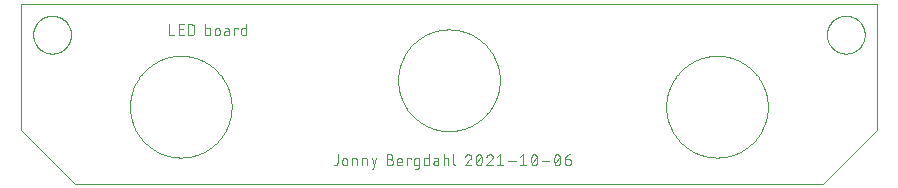
<source format=gto>
G75*
%MOIN*%
%OFA0B0*%
%FSLAX25Y25*%
%IPPOS*%
%LPD*%
%AMOC8*
5,1,8,0,0,1.08239X$1,22.5*
%
%ADD10C,0.00000*%
%ADD11C,0.00300*%
%ADD12C,0.00400*%
D10*
X0018917Y0001200D02*
X0268523Y0001200D01*
X0286239Y0018917D01*
X0286239Y0061043D01*
X0001200Y0061043D01*
X0001200Y0018917D01*
X0018917Y0001200D01*
X0005137Y0050806D02*
X0005139Y0050964D01*
X0005145Y0051122D01*
X0005155Y0051280D01*
X0005169Y0051438D01*
X0005187Y0051595D01*
X0005208Y0051752D01*
X0005234Y0051908D01*
X0005264Y0052064D01*
X0005297Y0052219D01*
X0005335Y0052372D01*
X0005376Y0052525D01*
X0005421Y0052677D01*
X0005470Y0052828D01*
X0005523Y0052977D01*
X0005579Y0053125D01*
X0005639Y0053271D01*
X0005703Y0053416D01*
X0005771Y0053559D01*
X0005842Y0053701D01*
X0005916Y0053841D01*
X0005994Y0053978D01*
X0006076Y0054114D01*
X0006160Y0054248D01*
X0006249Y0054379D01*
X0006340Y0054508D01*
X0006435Y0054635D01*
X0006532Y0054760D01*
X0006633Y0054882D01*
X0006737Y0055001D01*
X0006844Y0055118D01*
X0006954Y0055232D01*
X0007067Y0055343D01*
X0007182Y0055452D01*
X0007300Y0055557D01*
X0007421Y0055659D01*
X0007544Y0055759D01*
X0007670Y0055855D01*
X0007798Y0055948D01*
X0007928Y0056038D01*
X0008061Y0056124D01*
X0008196Y0056208D01*
X0008332Y0056287D01*
X0008471Y0056364D01*
X0008612Y0056436D01*
X0008754Y0056506D01*
X0008898Y0056571D01*
X0009044Y0056633D01*
X0009191Y0056691D01*
X0009340Y0056746D01*
X0009490Y0056797D01*
X0009641Y0056844D01*
X0009793Y0056887D01*
X0009946Y0056926D01*
X0010101Y0056962D01*
X0010256Y0056993D01*
X0010412Y0057021D01*
X0010568Y0057045D01*
X0010725Y0057065D01*
X0010883Y0057081D01*
X0011040Y0057093D01*
X0011199Y0057101D01*
X0011357Y0057105D01*
X0011515Y0057105D01*
X0011673Y0057101D01*
X0011832Y0057093D01*
X0011989Y0057081D01*
X0012147Y0057065D01*
X0012304Y0057045D01*
X0012460Y0057021D01*
X0012616Y0056993D01*
X0012771Y0056962D01*
X0012926Y0056926D01*
X0013079Y0056887D01*
X0013231Y0056844D01*
X0013382Y0056797D01*
X0013532Y0056746D01*
X0013681Y0056691D01*
X0013828Y0056633D01*
X0013974Y0056571D01*
X0014118Y0056506D01*
X0014260Y0056436D01*
X0014401Y0056364D01*
X0014540Y0056287D01*
X0014676Y0056208D01*
X0014811Y0056124D01*
X0014944Y0056038D01*
X0015074Y0055948D01*
X0015202Y0055855D01*
X0015328Y0055759D01*
X0015451Y0055659D01*
X0015572Y0055557D01*
X0015690Y0055452D01*
X0015805Y0055343D01*
X0015918Y0055232D01*
X0016028Y0055118D01*
X0016135Y0055001D01*
X0016239Y0054882D01*
X0016340Y0054760D01*
X0016437Y0054635D01*
X0016532Y0054508D01*
X0016623Y0054379D01*
X0016712Y0054248D01*
X0016796Y0054114D01*
X0016878Y0053978D01*
X0016956Y0053841D01*
X0017030Y0053701D01*
X0017101Y0053559D01*
X0017169Y0053416D01*
X0017233Y0053271D01*
X0017293Y0053125D01*
X0017349Y0052977D01*
X0017402Y0052828D01*
X0017451Y0052677D01*
X0017496Y0052525D01*
X0017537Y0052372D01*
X0017575Y0052219D01*
X0017608Y0052064D01*
X0017638Y0051908D01*
X0017664Y0051752D01*
X0017685Y0051595D01*
X0017703Y0051438D01*
X0017717Y0051280D01*
X0017727Y0051122D01*
X0017733Y0050964D01*
X0017735Y0050806D01*
X0017733Y0050648D01*
X0017727Y0050490D01*
X0017717Y0050332D01*
X0017703Y0050174D01*
X0017685Y0050017D01*
X0017664Y0049860D01*
X0017638Y0049704D01*
X0017608Y0049548D01*
X0017575Y0049393D01*
X0017537Y0049240D01*
X0017496Y0049087D01*
X0017451Y0048935D01*
X0017402Y0048784D01*
X0017349Y0048635D01*
X0017293Y0048487D01*
X0017233Y0048341D01*
X0017169Y0048196D01*
X0017101Y0048053D01*
X0017030Y0047911D01*
X0016956Y0047771D01*
X0016878Y0047634D01*
X0016796Y0047498D01*
X0016712Y0047364D01*
X0016623Y0047233D01*
X0016532Y0047104D01*
X0016437Y0046977D01*
X0016340Y0046852D01*
X0016239Y0046730D01*
X0016135Y0046611D01*
X0016028Y0046494D01*
X0015918Y0046380D01*
X0015805Y0046269D01*
X0015690Y0046160D01*
X0015572Y0046055D01*
X0015451Y0045953D01*
X0015328Y0045853D01*
X0015202Y0045757D01*
X0015074Y0045664D01*
X0014944Y0045574D01*
X0014811Y0045488D01*
X0014676Y0045404D01*
X0014540Y0045325D01*
X0014401Y0045248D01*
X0014260Y0045176D01*
X0014118Y0045106D01*
X0013974Y0045041D01*
X0013828Y0044979D01*
X0013681Y0044921D01*
X0013532Y0044866D01*
X0013382Y0044815D01*
X0013231Y0044768D01*
X0013079Y0044725D01*
X0012926Y0044686D01*
X0012771Y0044650D01*
X0012616Y0044619D01*
X0012460Y0044591D01*
X0012304Y0044567D01*
X0012147Y0044547D01*
X0011989Y0044531D01*
X0011832Y0044519D01*
X0011673Y0044511D01*
X0011515Y0044507D01*
X0011357Y0044507D01*
X0011199Y0044511D01*
X0011040Y0044519D01*
X0010883Y0044531D01*
X0010725Y0044547D01*
X0010568Y0044567D01*
X0010412Y0044591D01*
X0010256Y0044619D01*
X0010101Y0044650D01*
X0009946Y0044686D01*
X0009793Y0044725D01*
X0009641Y0044768D01*
X0009490Y0044815D01*
X0009340Y0044866D01*
X0009191Y0044921D01*
X0009044Y0044979D01*
X0008898Y0045041D01*
X0008754Y0045106D01*
X0008612Y0045176D01*
X0008471Y0045248D01*
X0008332Y0045325D01*
X0008196Y0045404D01*
X0008061Y0045488D01*
X0007928Y0045574D01*
X0007798Y0045664D01*
X0007670Y0045757D01*
X0007544Y0045853D01*
X0007421Y0045953D01*
X0007300Y0046055D01*
X0007182Y0046160D01*
X0007067Y0046269D01*
X0006954Y0046380D01*
X0006844Y0046494D01*
X0006737Y0046611D01*
X0006633Y0046730D01*
X0006532Y0046852D01*
X0006435Y0046977D01*
X0006340Y0047104D01*
X0006249Y0047233D01*
X0006160Y0047364D01*
X0006076Y0047498D01*
X0005994Y0047634D01*
X0005916Y0047771D01*
X0005842Y0047911D01*
X0005771Y0048053D01*
X0005703Y0048196D01*
X0005639Y0048341D01*
X0005579Y0048487D01*
X0005523Y0048635D01*
X0005470Y0048784D01*
X0005421Y0048935D01*
X0005376Y0049087D01*
X0005335Y0049240D01*
X0005297Y0049393D01*
X0005264Y0049548D01*
X0005234Y0049704D01*
X0005208Y0049860D01*
X0005187Y0050017D01*
X0005169Y0050174D01*
X0005155Y0050332D01*
X0005145Y0050490D01*
X0005139Y0050648D01*
X0005137Y0050806D01*
X0269704Y0050806D02*
X0269706Y0050964D01*
X0269712Y0051122D01*
X0269722Y0051280D01*
X0269736Y0051438D01*
X0269754Y0051595D01*
X0269775Y0051752D01*
X0269801Y0051908D01*
X0269831Y0052064D01*
X0269864Y0052219D01*
X0269902Y0052372D01*
X0269943Y0052525D01*
X0269988Y0052677D01*
X0270037Y0052828D01*
X0270090Y0052977D01*
X0270146Y0053125D01*
X0270206Y0053271D01*
X0270270Y0053416D01*
X0270338Y0053559D01*
X0270409Y0053701D01*
X0270483Y0053841D01*
X0270561Y0053978D01*
X0270643Y0054114D01*
X0270727Y0054248D01*
X0270816Y0054379D01*
X0270907Y0054508D01*
X0271002Y0054635D01*
X0271099Y0054760D01*
X0271200Y0054882D01*
X0271304Y0055001D01*
X0271411Y0055118D01*
X0271521Y0055232D01*
X0271634Y0055343D01*
X0271749Y0055452D01*
X0271867Y0055557D01*
X0271988Y0055659D01*
X0272111Y0055759D01*
X0272237Y0055855D01*
X0272365Y0055948D01*
X0272495Y0056038D01*
X0272628Y0056124D01*
X0272763Y0056208D01*
X0272899Y0056287D01*
X0273038Y0056364D01*
X0273179Y0056436D01*
X0273321Y0056506D01*
X0273465Y0056571D01*
X0273611Y0056633D01*
X0273758Y0056691D01*
X0273907Y0056746D01*
X0274057Y0056797D01*
X0274208Y0056844D01*
X0274360Y0056887D01*
X0274513Y0056926D01*
X0274668Y0056962D01*
X0274823Y0056993D01*
X0274979Y0057021D01*
X0275135Y0057045D01*
X0275292Y0057065D01*
X0275450Y0057081D01*
X0275607Y0057093D01*
X0275766Y0057101D01*
X0275924Y0057105D01*
X0276082Y0057105D01*
X0276240Y0057101D01*
X0276399Y0057093D01*
X0276556Y0057081D01*
X0276714Y0057065D01*
X0276871Y0057045D01*
X0277027Y0057021D01*
X0277183Y0056993D01*
X0277338Y0056962D01*
X0277493Y0056926D01*
X0277646Y0056887D01*
X0277798Y0056844D01*
X0277949Y0056797D01*
X0278099Y0056746D01*
X0278248Y0056691D01*
X0278395Y0056633D01*
X0278541Y0056571D01*
X0278685Y0056506D01*
X0278827Y0056436D01*
X0278968Y0056364D01*
X0279107Y0056287D01*
X0279243Y0056208D01*
X0279378Y0056124D01*
X0279511Y0056038D01*
X0279641Y0055948D01*
X0279769Y0055855D01*
X0279895Y0055759D01*
X0280018Y0055659D01*
X0280139Y0055557D01*
X0280257Y0055452D01*
X0280372Y0055343D01*
X0280485Y0055232D01*
X0280595Y0055118D01*
X0280702Y0055001D01*
X0280806Y0054882D01*
X0280907Y0054760D01*
X0281004Y0054635D01*
X0281099Y0054508D01*
X0281190Y0054379D01*
X0281279Y0054248D01*
X0281363Y0054114D01*
X0281445Y0053978D01*
X0281523Y0053841D01*
X0281597Y0053701D01*
X0281668Y0053559D01*
X0281736Y0053416D01*
X0281800Y0053271D01*
X0281860Y0053125D01*
X0281916Y0052977D01*
X0281969Y0052828D01*
X0282018Y0052677D01*
X0282063Y0052525D01*
X0282104Y0052372D01*
X0282142Y0052219D01*
X0282175Y0052064D01*
X0282205Y0051908D01*
X0282231Y0051752D01*
X0282252Y0051595D01*
X0282270Y0051438D01*
X0282284Y0051280D01*
X0282294Y0051122D01*
X0282300Y0050964D01*
X0282302Y0050806D01*
X0282300Y0050648D01*
X0282294Y0050490D01*
X0282284Y0050332D01*
X0282270Y0050174D01*
X0282252Y0050017D01*
X0282231Y0049860D01*
X0282205Y0049704D01*
X0282175Y0049548D01*
X0282142Y0049393D01*
X0282104Y0049240D01*
X0282063Y0049087D01*
X0282018Y0048935D01*
X0281969Y0048784D01*
X0281916Y0048635D01*
X0281860Y0048487D01*
X0281800Y0048341D01*
X0281736Y0048196D01*
X0281668Y0048053D01*
X0281597Y0047911D01*
X0281523Y0047771D01*
X0281445Y0047634D01*
X0281363Y0047498D01*
X0281279Y0047364D01*
X0281190Y0047233D01*
X0281099Y0047104D01*
X0281004Y0046977D01*
X0280907Y0046852D01*
X0280806Y0046730D01*
X0280702Y0046611D01*
X0280595Y0046494D01*
X0280485Y0046380D01*
X0280372Y0046269D01*
X0280257Y0046160D01*
X0280139Y0046055D01*
X0280018Y0045953D01*
X0279895Y0045853D01*
X0279769Y0045757D01*
X0279641Y0045664D01*
X0279511Y0045574D01*
X0279378Y0045488D01*
X0279243Y0045404D01*
X0279107Y0045325D01*
X0278968Y0045248D01*
X0278827Y0045176D01*
X0278685Y0045106D01*
X0278541Y0045041D01*
X0278395Y0044979D01*
X0278248Y0044921D01*
X0278099Y0044866D01*
X0277949Y0044815D01*
X0277798Y0044768D01*
X0277646Y0044725D01*
X0277493Y0044686D01*
X0277338Y0044650D01*
X0277183Y0044619D01*
X0277027Y0044591D01*
X0276871Y0044567D01*
X0276714Y0044547D01*
X0276556Y0044531D01*
X0276399Y0044519D01*
X0276240Y0044511D01*
X0276082Y0044507D01*
X0275924Y0044507D01*
X0275766Y0044511D01*
X0275607Y0044519D01*
X0275450Y0044531D01*
X0275292Y0044547D01*
X0275135Y0044567D01*
X0274979Y0044591D01*
X0274823Y0044619D01*
X0274668Y0044650D01*
X0274513Y0044686D01*
X0274360Y0044725D01*
X0274208Y0044768D01*
X0274057Y0044815D01*
X0273907Y0044866D01*
X0273758Y0044921D01*
X0273611Y0044979D01*
X0273465Y0045041D01*
X0273321Y0045106D01*
X0273179Y0045176D01*
X0273038Y0045248D01*
X0272899Y0045325D01*
X0272763Y0045404D01*
X0272628Y0045488D01*
X0272495Y0045574D01*
X0272365Y0045664D01*
X0272237Y0045757D01*
X0272111Y0045853D01*
X0271988Y0045953D01*
X0271867Y0046055D01*
X0271749Y0046160D01*
X0271634Y0046269D01*
X0271521Y0046380D01*
X0271411Y0046494D01*
X0271304Y0046611D01*
X0271200Y0046730D01*
X0271099Y0046852D01*
X0271002Y0046977D01*
X0270907Y0047104D01*
X0270816Y0047233D01*
X0270727Y0047364D01*
X0270643Y0047498D01*
X0270561Y0047634D01*
X0270483Y0047771D01*
X0270409Y0047911D01*
X0270338Y0048053D01*
X0270270Y0048196D01*
X0270206Y0048341D01*
X0270146Y0048487D01*
X0270090Y0048635D01*
X0270037Y0048784D01*
X0269988Y0048935D01*
X0269943Y0049087D01*
X0269902Y0049240D01*
X0269864Y0049393D01*
X0269831Y0049548D01*
X0269801Y0049704D01*
X0269775Y0049860D01*
X0269754Y0050017D01*
X0269736Y0050174D01*
X0269722Y0050332D01*
X0269712Y0050490D01*
X0269706Y0050648D01*
X0269704Y0050806D01*
D11*
X0168542Y0010924D02*
X0168542Y0007224D01*
X0167515Y0007224D02*
X0169570Y0007224D01*
X0171320Y0008046D02*
X0172965Y0010102D01*
X0172862Y0010410D02*
X0172843Y0010459D01*
X0172821Y0010506D01*
X0172796Y0010552D01*
X0172768Y0010596D01*
X0172736Y0010638D01*
X0172702Y0010678D01*
X0172665Y0010716D01*
X0172626Y0010750D01*
X0172584Y0010782D01*
X0172541Y0010811D01*
X0172495Y0010837D01*
X0172448Y0010860D01*
X0172399Y0010879D01*
X0172349Y0010895D01*
X0172298Y0010908D01*
X0172247Y0010917D01*
X0172194Y0010922D01*
X0172142Y0010924D01*
X0172090Y0010922D01*
X0172037Y0010917D01*
X0171986Y0010908D01*
X0171935Y0010895D01*
X0171885Y0010879D01*
X0171836Y0010860D01*
X0171789Y0010837D01*
X0171743Y0010811D01*
X0171700Y0010782D01*
X0171658Y0010750D01*
X0171619Y0010716D01*
X0171582Y0010678D01*
X0171548Y0010638D01*
X0171516Y0010596D01*
X0171488Y0010552D01*
X0171463Y0010506D01*
X0171441Y0010459D01*
X0171422Y0010410D01*
X0168542Y0010924D02*
X0167515Y0010102D01*
X0173170Y0009074D02*
X0173168Y0008968D01*
X0173163Y0008861D01*
X0173153Y0008755D01*
X0173140Y0008650D01*
X0173124Y0008545D01*
X0173103Y0008440D01*
X0173080Y0008337D01*
X0173052Y0008234D01*
X0173021Y0008132D01*
X0172986Y0008032D01*
X0172948Y0007932D01*
X0172907Y0007834D01*
X0172862Y0007738D01*
X0172843Y0007689D01*
X0172821Y0007642D01*
X0172796Y0007596D01*
X0172768Y0007552D01*
X0172736Y0007510D01*
X0172702Y0007470D01*
X0172665Y0007432D01*
X0172626Y0007398D01*
X0172584Y0007366D01*
X0172541Y0007337D01*
X0172495Y0007311D01*
X0172448Y0007288D01*
X0172399Y0007269D01*
X0172349Y0007253D01*
X0172298Y0007240D01*
X0172247Y0007231D01*
X0172194Y0007226D01*
X0172142Y0007224D01*
X0172090Y0007226D01*
X0172037Y0007231D01*
X0171986Y0007240D01*
X0171935Y0007253D01*
X0171885Y0007269D01*
X0171836Y0007288D01*
X0171789Y0007311D01*
X0171743Y0007337D01*
X0171700Y0007366D01*
X0171658Y0007398D01*
X0171619Y0007432D01*
X0171582Y0007470D01*
X0171548Y0007510D01*
X0171516Y0007552D01*
X0171488Y0007596D01*
X0171463Y0007642D01*
X0171441Y0007689D01*
X0171422Y0007738D01*
X0174749Y0008663D02*
X0177216Y0008663D01*
X0180542Y0007738D02*
X0180587Y0007834D01*
X0180628Y0007932D01*
X0180666Y0008032D01*
X0180701Y0008132D01*
X0180732Y0008234D01*
X0180760Y0008337D01*
X0180783Y0008440D01*
X0180804Y0008545D01*
X0180820Y0008650D01*
X0180833Y0008755D01*
X0180843Y0008861D01*
X0180848Y0008968D01*
X0180850Y0009074D01*
X0178795Y0009074D02*
X0178797Y0009180D01*
X0178802Y0009287D01*
X0178812Y0009393D01*
X0178825Y0009498D01*
X0178841Y0009603D01*
X0178862Y0009708D01*
X0178885Y0009811D01*
X0178913Y0009914D01*
X0178944Y0010016D01*
X0178979Y0010116D01*
X0179017Y0010216D01*
X0179058Y0010314D01*
X0179103Y0010410D01*
X0179822Y0010924D02*
X0179874Y0010922D01*
X0179927Y0010917D01*
X0179978Y0010908D01*
X0180029Y0010895D01*
X0180079Y0010879D01*
X0180128Y0010860D01*
X0180175Y0010837D01*
X0180221Y0010811D01*
X0180264Y0010782D01*
X0180306Y0010750D01*
X0180345Y0010716D01*
X0180382Y0010678D01*
X0180416Y0010638D01*
X0180448Y0010596D01*
X0180476Y0010552D01*
X0180501Y0010506D01*
X0180523Y0010459D01*
X0180542Y0010410D01*
X0180645Y0010102D02*
X0179000Y0008046D01*
X0179822Y0007224D02*
X0179874Y0007226D01*
X0179927Y0007231D01*
X0179978Y0007240D01*
X0180029Y0007253D01*
X0180079Y0007269D01*
X0180128Y0007288D01*
X0180175Y0007311D01*
X0180221Y0007337D01*
X0180264Y0007366D01*
X0180306Y0007398D01*
X0180345Y0007432D01*
X0180382Y0007470D01*
X0180416Y0007510D01*
X0180448Y0007552D01*
X0180476Y0007596D01*
X0180501Y0007642D01*
X0180523Y0007689D01*
X0180542Y0007738D01*
X0179822Y0007224D02*
X0179770Y0007226D01*
X0179717Y0007231D01*
X0179666Y0007240D01*
X0179615Y0007253D01*
X0179565Y0007269D01*
X0179516Y0007288D01*
X0179469Y0007311D01*
X0179423Y0007337D01*
X0179380Y0007366D01*
X0179338Y0007398D01*
X0179299Y0007432D01*
X0179262Y0007470D01*
X0179228Y0007510D01*
X0179196Y0007552D01*
X0179168Y0007596D01*
X0179143Y0007642D01*
X0179121Y0007689D01*
X0179102Y0007738D01*
X0182395Y0008252D02*
X0182395Y0009280D01*
X0183628Y0009280D01*
X0182395Y0009280D02*
X0182397Y0009361D01*
X0182403Y0009441D01*
X0182413Y0009521D01*
X0182427Y0009601D01*
X0182444Y0009679D01*
X0182466Y0009757D01*
X0182491Y0009834D01*
X0182520Y0009909D01*
X0182553Y0009983D01*
X0182589Y0010055D01*
X0182629Y0010125D01*
X0182672Y0010193D01*
X0182719Y0010259D01*
X0182768Y0010323D01*
X0182821Y0010384D01*
X0182877Y0010442D01*
X0182935Y0010498D01*
X0182996Y0010551D01*
X0183060Y0010600D01*
X0183126Y0010647D01*
X0183194Y0010690D01*
X0183264Y0010730D01*
X0183336Y0010766D01*
X0183410Y0010799D01*
X0183485Y0010828D01*
X0183562Y0010853D01*
X0183640Y0010875D01*
X0183718Y0010892D01*
X0183798Y0010906D01*
X0183878Y0010916D01*
X0183958Y0010922D01*
X0184039Y0010924D01*
X0179822Y0010924D02*
X0179770Y0010922D01*
X0179717Y0010917D01*
X0179666Y0010908D01*
X0179615Y0010895D01*
X0179565Y0010879D01*
X0179516Y0010860D01*
X0179469Y0010837D01*
X0179423Y0010811D01*
X0179380Y0010782D01*
X0179338Y0010750D01*
X0179299Y0010716D01*
X0179262Y0010678D01*
X0179228Y0010638D01*
X0179196Y0010596D01*
X0179168Y0010552D01*
X0179143Y0010506D01*
X0179121Y0010459D01*
X0179102Y0010410D01*
X0180542Y0010410D02*
X0180587Y0010314D01*
X0180628Y0010216D01*
X0180666Y0010116D01*
X0180701Y0010016D01*
X0180732Y0009914D01*
X0180760Y0009811D01*
X0180783Y0009708D01*
X0180804Y0009603D01*
X0180820Y0009498D01*
X0180833Y0009393D01*
X0180843Y0009287D01*
X0180848Y0009180D01*
X0180850Y0009074D01*
X0178795Y0009074D02*
X0178797Y0008968D01*
X0178802Y0008861D01*
X0178812Y0008755D01*
X0178825Y0008650D01*
X0178841Y0008545D01*
X0178862Y0008440D01*
X0178885Y0008337D01*
X0178913Y0008234D01*
X0178944Y0008132D01*
X0178979Y0008032D01*
X0179017Y0007932D01*
X0179058Y0007834D01*
X0179103Y0007738D01*
X0182394Y0008252D02*
X0182396Y0008189D01*
X0182402Y0008126D01*
X0182412Y0008063D01*
X0182425Y0008001D01*
X0182442Y0007940D01*
X0182463Y0007881D01*
X0182488Y0007822D01*
X0182516Y0007766D01*
X0182548Y0007711D01*
X0182583Y0007658D01*
X0182621Y0007608D01*
X0182662Y0007559D01*
X0182706Y0007514D01*
X0182753Y0007471D01*
X0182802Y0007432D01*
X0182854Y0007395D01*
X0182908Y0007362D01*
X0182964Y0007332D01*
X0183021Y0007305D01*
X0183080Y0007282D01*
X0183141Y0007263D01*
X0183202Y0007248D01*
X0183264Y0007236D01*
X0183327Y0007228D01*
X0183390Y0007224D01*
X0183454Y0007224D01*
X0183517Y0007228D01*
X0183580Y0007236D01*
X0183642Y0007248D01*
X0183703Y0007263D01*
X0183764Y0007282D01*
X0183823Y0007305D01*
X0183880Y0007332D01*
X0183936Y0007362D01*
X0183990Y0007395D01*
X0184042Y0007432D01*
X0184091Y0007471D01*
X0184138Y0007514D01*
X0184182Y0007559D01*
X0184223Y0007608D01*
X0184261Y0007658D01*
X0184296Y0007711D01*
X0184328Y0007766D01*
X0184356Y0007822D01*
X0184381Y0007881D01*
X0184402Y0007940D01*
X0184419Y0008001D01*
X0184432Y0008063D01*
X0184442Y0008126D01*
X0184448Y0008189D01*
X0184450Y0008252D01*
X0184450Y0008457D01*
X0184448Y0008513D01*
X0184442Y0008569D01*
X0184433Y0008624D01*
X0184420Y0008679D01*
X0184403Y0008732D01*
X0184382Y0008784D01*
X0184358Y0008835D01*
X0184330Y0008884D01*
X0184300Y0008931D01*
X0184266Y0008976D01*
X0184229Y0009018D01*
X0184189Y0009058D01*
X0184147Y0009095D01*
X0184102Y0009129D01*
X0184055Y0009159D01*
X0184006Y0009187D01*
X0183955Y0009211D01*
X0183903Y0009232D01*
X0183850Y0009249D01*
X0183795Y0009262D01*
X0183740Y0009271D01*
X0183684Y0009277D01*
X0183628Y0009279D01*
X0171423Y0007738D02*
X0171378Y0007834D01*
X0171337Y0007932D01*
X0171299Y0008032D01*
X0171264Y0008132D01*
X0171233Y0008234D01*
X0171205Y0008337D01*
X0171182Y0008440D01*
X0171161Y0008545D01*
X0171145Y0008650D01*
X0171132Y0008755D01*
X0171122Y0008861D01*
X0171117Y0008968D01*
X0171115Y0009074D01*
X0173170Y0009074D02*
X0173168Y0009180D01*
X0173163Y0009287D01*
X0173153Y0009393D01*
X0173140Y0009498D01*
X0173124Y0009603D01*
X0173103Y0009708D01*
X0173080Y0009811D01*
X0173052Y0009914D01*
X0173021Y0010016D01*
X0172986Y0010116D01*
X0172948Y0010216D01*
X0172907Y0010314D01*
X0172862Y0010410D01*
X0171423Y0010410D02*
X0171378Y0010314D01*
X0171337Y0010216D01*
X0171299Y0010116D01*
X0171264Y0010016D01*
X0171233Y0009914D01*
X0171205Y0009811D01*
X0171182Y0009708D01*
X0171161Y0009603D01*
X0171145Y0009498D01*
X0171132Y0009393D01*
X0171122Y0009287D01*
X0171117Y0009180D01*
X0171115Y0009074D01*
X0165936Y0008663D02*
X0163469Y0008663D01*
X0161890Y0007224D02*
X0159835Y0007224D01*
X0160862Y0007224D02*
X0160862Y0010924D01*
X0159835Y0010102D01*
X0157982Y0009280D02*
X0156235Y0007224D01*
X0158290Y0007224D01*
X0154382Y0007738D02*
X0154363Y0007689D01*
X0154341Y0007642D01*
X0154316Y0007596D01*
X0154288Y0007552D01*
X0154256Y0007510D01*
X0154222Y0007470D01*
X0154185Y0007432D01*
X0154146Y0007398D01*
X0154104Y0007366D01*
X0154061Y0007337D01*
X0154015Y0007311D01*
X0153968Y0007288D01*
X0153919Y0007269D01*
X0153869Y0007253D01*
X0153818Y0007240D01*
X0153767Y0007231D01*
X0153714Y0007226D01*
X0153662Y0007224D01*
X0153610Y0007226D01*
X0153557Y0007231D01*
X0153506Y0007240D01*
X0153455Y0007253D01*
X0153405Y0007269D01*
X0153356Y0007288D01*
X0153309Y0007311D01*
X0153263Y0007337D01*
X0153220Y0007366D01*
X0153178Y0007398D01*
X0153139Y0007432D01*
X0153102Y0007470D01*
X0153068Y0007510D01*
X0153036Y0007552D01*
X0153008Y0007596D01*
X0152983Y0007642D01*
X0152961Y0007689D01*
X0152942Y0007738D01*
X0152840Y0008046D02*
X0154485Y0010102D01*
X0154382Y0010410D02*
X0154363Y0010459D01*
X0154341Y0010506D01*
X0154316Y0010552D01*
X0154288Y0010596D01*
X0154256Y0010638D01*
X0154222Y0010678D01*
X0154185Y0010716D01*
X0154146Y0010750D01*
X0154104Y0010782D01*
X0154061Y0010811D01*
X0154015Y0010837D01*
X0153968Y0010860D01*
X0153919Y0010879D01*
X0153869Y0010895D01*
X0153818Y0010908D01*
X0153767Y0010917D01*
X0153714Y0010922D01*
X0153662Y0010924D01*
X0153610Y0010922D01*
X0153557Y0010917D01*
X0153506Y0010908D01*
X0153455Y0010895D01*
X0153405Y0010879D01*
X0153356Y0010860D01*
X0153309Y0010837D01*
X0153263Y0010811D01*
X0153220Y0010782D01*
X0153178Y0010750D01*
X0153139Y0010716D01*
X0153102Y0010678D01*
X0153068Y0010638D01*
X0153036Y0010596D01*
X0153008Y0010552D01*
X0152983Y0010506D01*
X0152961Y0010459D01*
X0152942Y0010410D01*
X0151090Y0009999D02*
X0151088Y0010057D01*
X0151083Y0010115D01*
X0151074Y0010172D01*
X0151061Y0010229D01*
X0151045Y0010285D01*
X0151025Y0010340D01*
X0151002Y0010393D01*
X0150976Y0010445D01*
X0150946Y0010495D01*
X0150913Y0010543D01*
X0150878Y0010589D01*
X0150839Y0010632D01*
X0150798Y0010673D01*
X0150755Y0010712D01*
X0150709Y0010747D01*
X0150661Y0010780D01*
X0150611Y0010810D01*
X0150559Y0010836D01*
X0150506Y0010859D01*
X0150451Y0010879D01*
X0150395Y0010895D01*
X0150338Y0010908D01*
X0150281Y0010917D01*
X0150223Y0010922D01*
X0150165Y0010924D01*
X0151091Y0009999D02*
X0151089Y0009937D01*
X0151083Y0009875D01*
X0151074Y0009814D01*
X0151060Y0009754D01*
X0151043Y0009694D01*
X0151022Y0009636D01*
X0150998Y0009579D01*
X0150970Y0009524D01*
X0150939Y0009470D01*
X0150904Y0009419D01*
X0150867Y0009370D01*
X0150826Y0009323D01*
X0150783Y0009279D01*
X0150782Y0009280D02*
X0149035Y0007224D01*
X0151090Y0007224D01*
X0145826Y0007224D02*
X0145778Y0007226D01*
X0145729Y0007232D01*
X0145682Y0007241D01*
X0145635Y0007254D01*
X0145590Y0007271D01*
X0145546Y0007291D01*
X0145504Y0007315D01*
X0145463Y0007342D01*
X0145425Y0007372D01*
X0145390Y0007405D01*
X0145357Y0007440D01*
X0145327Y0007478D01*
X0145300Y0007519D01*
X0145276Y0007561D01*
X0145256Y0007605D01*
X0145239Y0007650D01*
X0145226Y0007697D01*
X0145217Y0007744D01*
X0145211Y0007793D01*
X0145209Y0007841D01*
X0145210Y0007841D02*
X0145210Y0010924D01*
X0141920Y0010924D02*
X0141920Y0007224D01*
X0143565Y0007224D02*
X0143565Y0009074D01*
X0143563Y0009122D01*
X0143557Y0009171D01*
X0143548Y0009218D01*
X0143535Y0009265D01*
X0143518Y0009310D01*
X0143498Y0009354D01*
X0143474Y0009396D01*
X0143447Y0009437D01*
X0143417Y0009475D01*
X0143384Y0009510D01*
X0143349Y0009543D01*
X0143311Y0009573D01*
X0143270Y0009600D01*
X0143228Y0009624D01*
X0143184Y0009644D01*
X0143139Y0009661D01*
X0143092Y0009674D01*
X0143045Y0009683D01*
X0142996Y0009689D01*
X0142948Y0009691D01*
X0141920Y0009691D01*
X0140187Y0009074D02*
X0140187Y0007224D01*
X0139262Y0007224D01*
X0139210Y0007226D01*
X0139157Y0007232D01*
X0139106Y0007241D01*
X0139055Y0007254D01*
X0139005Y0007271D01*
X0138957Y0007292D01*
X0138910Y0007316D01*
X0138865Y0007343D01*
X0138823Y0007374D01*
X0138782Y0007408D01*
X0138744Y0007444D01*
X0138709Y0007483D01*
X0138677Y0007525D01*
X0138648Y0007568D01*
X0138623Y0007614D01*
X0138600Y0007662D01*
X0138582Y0007711D01*
X0138566Y0007761D01*
X0138555Y0007812D01*
X0138547Y0007864D01*
X0138543Y0007917D01*
X0138543Y0007969D01*
X0138547Y0008022D01*
X0138555Y0008074D01*
X0138566Y0008125D01*
X0138582Y0008175D01*
X0138600Y0008224D01*
X0138623Y0008272D01*
X0138648Y0008318D01*
X0138677Y0008361D01*
X0138709Y0008403D01*
X0138744Y0008442D01*
X0138782Y0008478D01*
X0138823Y0008512D01*
X0138865Y0008543D01*
X0138910Y0008570D01*
X0138957Y0008594D01*
X0139005Y0008615D01*
X0139055Y0008632D01*
X0139106Y0008645D01*
X0139157Y0008654D01*
X0139210Y0008660D01*
X0139262Y0008662D01*
X0139262Y0008663D02*
X0140187Y0008663D01*
X0140187Y0009074D02*
X0140185Y0009122D01*
X0140179Y0009171D01*
X0140170Y0009218D01*
X0140157Y0009265D01*
X0140140Y0009310D01*
X0140120Y0009354D01*
X0140096Y0009396D01*
X0140069Y0009437D01*
X0140039Y0009475D01*
X0140006Y0009510D01*
X0139971Y0009543D01*
X0139933Y0009573D01*
X0139892Y0009600D01*
X0139850Y0009624D01*
X0139806Y0009644D01*
X0139761Y0009661D01*
X0139714Y0009674D01*
X0139667Y0009683D01*
X0139618Y0009689D01*
X0139570Y0009691D01*
X0138748Y0009691D01*
X0136947Y0009691D02*
X0135919Y0009691D01*
X0135871Y0009689D01*
X0135822Y0009683D01*
X0135775Y0009674D01*
X0135728Y0009661D01*
X0135683Y0009644D01*
X0135639Y0009624D01*
X0135597Y0009600D01*
X0135556Y0009573D01*
X0135518Y0009543D01*
X0135483Y0009510D01*
X0135450Y0009475D01*
X0135420Y0009437D01*
X0135393Y0009396D01*
X0135369Y0009354D01*
X0135349Y0009310D01*
X0135332Y0009265D01*
X0135319Y0009218D01*
X0135310Y0009171D01*
X0135304Y0009122D01*
X0135302Y0009074D01*
X0135302Y0007841D01*
X0135304Y0007793D01*
X0135310Y0007744D01*
X0135319Y0007697D01*
X0135332Y0007650D01*
X0135349Y0007605D01*
X0135369Y0007561D01*
X0135393Y0007519D01*
X0135420Y0007478D01*
X0135450Y0007440D01*
X0135483Y0007405D01*
X0135518Y0007372D01*
X0135556Y0007342D01*
X0135597Y0007315D01*
X0135639Y0007291D01*
X0135683Y0007271D01*
X0135728Y0007254D01*
X0135775Y0007241D01*
X0135822Y0007232D01*
X0135871Y0007226D01*
X0135919Y0007224D01*
X0136947Y0007224D01*
X0136947Y0010924D01*
X0133707Y0009691D02*
X0133707Y0006607D01*
X0133705Y0006559D01*
X0133699Y0006510D01*
X0133690Y0006463D01*
X0133677Y0006416D01*
X0133660Y0006371D01*
X0133640Y0006327D01*
X0133616Y0006285D01*
X0133589Y0006244D01*
X0133559Y0006206D01*
X0133526Y0006171D01*
X0133491Y0006138D01*
X0133453Y0006108D01*
X0133412Y0006081D01*
X0133370Y0006057D01*
X0133326Y0006037D01*
X0133281Y0006020D01*
X0133234Y0006007D01*
X0133187Y0005998D01*
X0133138Y0005992D01*
X0133090Y0005990D01*
X0133090Y0005991D02*
X0132268Y0005991D01*
X0132679Y0007224D02*
X0133707Y0007224D01*
X0132679Y0007224D02*
X0132631Y0007226D01*
X0132582Y0007232D01*
X0132535Y0007241D01*
X0132488Y0007254D01*
X0132443Y0007271D01*
X0132399Y0007291D01*
X0132357Y0007315D01*
X0132316Y0007342D01*
X0132278Y0007372D01*
X0132243Y0007405D01*
X0132210Y0007440D01*
X0132180Y0007478D01*
X0132153Y0007519D01*
X0132129Y0007561D01*
X0132109Y0007605D01*
X0132092Y0007650D01*
X0132079Y0007697D01*
X0132070Y0007744D01*
X0132064Y0007793D01*
X0132062Y0007841D01*
X0132062Y0009074D01*
X0132064Y0009122D01*
X0132070Y0009171D01*
X0132079Y0009218D01*
X0132092Y0009265D01*
X0132109Y0009310D01*
X0132129Y0009354D01*
X0132153Y0009396D01*
X0132180Y0009437D01*
X0132210Y0009475D01*
X0132243Y0009510D01*
X0132278Y0009543D01*
X0132316Y0009573D01*
X0132357Y0009600D01*
X0132399Y0009624D01*
X0132443Y0009644D01*
X0132488Y0009661D01*
X0132535Y0009674D01*
X0132582Y0009683D01*
X0132631Y0009689D01*
X0132679Y0009691D01*
X0133707Y0009691D01*
X0130934Y0009691D02*
X0130934Y0009280D01*
X0130934Y0009691D02*
X0129701Y0009691D01*
X0129701Y0007224D01*
X0128085Y0007224D02*
X0127057Y0007224D01*
X0127009Y0007226D01*
X0126960Y0007232D01*
X0126913Y0007241D01*
X0126866Y0007254D01*
X0126821Y0007271D01*
X0126777Y0007291D01*
X0126735Y0007315D01*
X0126694Y0007342D01*
X0126656Y0007372D01*
X0126621Y0007405D01*
X0126588Y0007440D01*
X0126558Y0007478D01*
X0126531Y0007519D01*
X0126507Y0007561D01*
X0126487Y0007605D01*
X0126470Y0007650D01*
X0126457Y0007697D01*
X0126448Y0007744D01*
X0126442Y0007793D01*
X0126440Y0007841D01*
X0126440Y0008868D01*
X0126440Y0008457D02*
X0128085Y0008457D01*
X0128085Y0008868D01*
X0128083Y0008924D01*
X0128077Y0008980D01*
X0128068Y0009035D01*
X0128055Y0009090D01*
X0128038Y0009143D01*
X0128017Y0009195D01*
X0127993Y0009246D01*
X0127965Y0009295D01*
X0127935Y0009342D01*
X0127901Y0009387D01*
X0127864Y0009429D01*
X0127824Y0009469D01*
X0127782Y0009506D01*
X0127737Y0009540D01*
X0127690Y0009570D01*
X0127641Y0009598D01*
X0127590Y0009622D01*
X0127538Y0009643D01*
X0127485Y0009660D01*
X0127430Y0009673D01*
X0127375Y0009682D01*
X0127319Y0009688D01*
X0127263Y0009690D01*
X0127207Y0009688D01*
X0127151Y0009682D01*
X0127096Y0009673D01*
X0127041Y0009660D01*
X0126988Y0009643D01*
X0126936Y0009622D01*
X0126885Y0009598D01*
X0126836Y0009570D01*
X0126789Y0009540D01*
X0126744Y0009506D01*
X0126702Y0009469D01*
X0126662Y0009429D01*
X0126625Y0009387D01*
X0126591Y0009342D01*
X0126561Y0009295D01*
X0126533Y0009246D01*
X0126509Y0009195D01*
X0126488Y0009143D01*
X0126471Y0009090D01*
X0126458Y0009035D01*
X0126449Y0008980D01*
X0126443Y0008924D01*
X0126441Y0008868D01*
X0124074Y0009280D02*
X0123047Y0009280D01*
X0124074Y0009280D02*
X0124130Y0009282D01*
X0124186Y0009288D01*
X0124241Y0009297D01*
X0124296Y0009310D01*
X0124349Y0009327D01*
X0124401Y0009348D01*
X0124452Y0009372D01*
X0124501Y0009400D01*
X0124548Y0009430D01*
X0124593Y0009464D01*
X0124635Y0009501D01*
X0124675Y0009541D01*
X0124712Y0009583D01*
X0124746Y0009628D01*
X0124776Y0009675D01*
X0124804Y0009724D01*
X0124828Y0009775D01*
X0124849Y0009827D01*
X0124866Y0009880D01*
X0124879Y0009935D01*
X0124888Y0009990D01*
X0124894Y0010046D01*
X0124896Y0010102D01*
X0124894Y0010158D01*
X0124888Y0010214D01*
X0124879Y0010269D01*
X0124866Y0010324D01*
X0124849Y0010377D01*
X0124828Y0010429D01*
X0124804Y0010480D01*
X0124776Y0010529D01*
X0124746Y0010576D01*
X0124712Y0010621D01*
X0124675Y0010663D01*
X0124635Y0010703D01*
X0124593Y0010740D01*
X0124548Y0010774D01*
X0124501Y0010804D01*
X0124452Y0010832D01*
X0124401Y0010856D01*
X0124349Y0010877D01*
X0124296Y0010894D01*
X0124241Y0010907D01*
X0124186Y0010916D01*
X0124130Y0010922D01*
X0124074Y0010924D01*
X0123047Y0010924D01*
X0123047Y0007224D01*
X0124074Y0007224D01*
X0124137Y0007226D01*
X0124200Y0007232D01*
X0124263Y0007242D01*
X0124325Y0007255D01*
X0124386Y0007272D01*
X0124445Y0007293D01*
X0124504Y0007318D01*
X0124560Y0007346D01*
X0124615Y0007378D01*
X0124668Y0007413D01*
X0124718Y0007451D01*
X0124767Y0007492D01*
X0124812Y0007536D01*
X0124855Y0007583D01*
X0124894Y0007632D01*
X0124931Y0007684D01*
X0124964Y0007738D01*
X0124994Y0007794D01*
X0125021Y0007851D01*
X0125044Y0007910D01*
X0125063Y0007971D01*
X0125078Y0008032D01*
X0125090Y0008094D01*
X0125098Y0008157D01*
X0125102Y0008220D01*
X0125102Y0008284D01*
X0125098Y0008347D01*
X0125090Y0008410D01*
X0125078Y0008472D01*
X0125063Y0008533D01*
X0125044Y0008594D01*
X0125021Y0008653D01*
X0124994Y0008710D01*
X0124964Y0008766D01*
X0124931Y0008820D01*
X0124894Y0008872D01*
X0124855Y0008921D01*
X0124812Y0008968D01*
X0124767Y0009012D01*
X0124718Y0009053D01*
X0124668Y0009091D01*
X0124615Y0009126D01*
X0124560Y0009158D01*
X0124504Y0009186D01*
X0124445Y0009211D01*
X0124386Y0009232D01*
X0124325Y0009249D01*
X0124263Y0009262D01*
X0124200Y0009272D01*
X0124137Y0009278D01*
X0124074Y0009280D01*
X0119565Y0009691D02*
X0118332Y0005991D01*
X0117920Y0005991D01*
X0118743Y0007224D02*
X0117920Y0009691D01*
X0116445Y0009074D02*
X0116445Y0007224D01*
X0114801Y0007224D02*
X0114801Y0009691D01*
X0115828Y0009691D01*
X0115876Y0009689D01*
X0115925Y0009683D01*
X0115972Y0009674D01*
X0116019Y0009661D01*
X0116064Y0009644D01*
X0116108Y0009624D01*
X0116150Y0009600D01*
X0116191Y0009573D01*
X0116229Y0009543D01*
X0116264Y0009510D01*
X0116297Y0009475D01*
X0116327Y0009437D01*
X0116354Y0009396D01*
X0116378Y0009354D01*
X0116398Y0009310D01*
X0116415Y0009265D01*
X0116428Y0009218D01*
X0116437Y0009171D01*
X0116443Y0009122D01*
X0116445Y0009074D01*
X0113085Y0009074D02*
X0113085Y0007224D01*
X0111441Y0007224D02*
X0111441Y0009691D01*
X0112468Y0009691D01*
X0112516Y0009689D01*
X0112565Y0009683D01*
X0112612Y0009674D01*
X0112659Y0009661D01*
X0112704Y0009644D01*
X0112748Y0009624D01*
X0112790Y0009600D01*
X0112831Y0009573D01*
X0112869Y0009543D01*
X0112904Y0009510D01*
X0112937Y0009475D01*
X0112967Y0009437D01*
X0112994Y0009396D01*
X0113018Y0009354D01*
X0113038Y0009310D01*
X0113055Y0009265D01*
X0113068Y0009218D01*
X0113077Y0009171D01*
X0113083Y0009122D01*
X0113085Y0009074D01*
X0109845Y0008868D02*
X0109845Y0008046D01*
X0109843Y0007990D01*
X0109837Y0007934D01*
X0109828Y0007879D01*
X0109815Y0007824D01*
X0109798Y0007771D01*
X0109777Y0007719D01*
X0109753Y0007668D01*
X0109725Y0007619D01*
X0109695Y0007572D01*
X0109661Y0007527D01*
X0109624Y0007485D01*
X0109584Y0007445D01*
X0109542Y0007408D01*
X0109497Y0007374D01*
X0109450Y0007344D01*
X0109401Y0007316D01*
X0109350Y0007292D01*
X0109298Y0007271D01*
X0109245Y0007254D01*
X0109190Y0007241D01*
X0109135Y0007232D01*
X0109079Y0007226D01*
X0109023Y0007224D01*
X0108967Y0007226D01*
X0108911Y0007232D01*
X0108856Y0007241D01*
X0108801Y0007254D01*
X0108748Y0007271D01*
X0108696Y0007292D01*
X0108645Y0007316D01*
X0108596Y0007344D01*
X0108549Y0007374D01*
X0108504Y0007408D01*
X0108462Y0007445D01*
X0108422Y0007485D01*
X0108385Y0007527D01*
X0108351Y0007572D01*
X0108321Y0007619D01*
X0108293Y0007668D01*
X0108269Y0007719D01*
X0108248Y0007771D01*
X0108231Y0007824D01*
X0108218Y0007879D01*
X0108209Y0007934D01*
X0108203Y0007990D01*
X0108201Y0008046D01*
X0108201Y0008868D01*
X0108203Y0008924D01*
X0108209Y0008980D01*
X0108218Y0009035D01*
X0108231Y0009090D01*
X0108248Y0009143D01*
X0108269Y0009195D01*
X0108293Y0009246D01*
X0108321Y0009295D01*
X0108351Y0009342D01*
X0108385Y0009387D01*
X0108422Y0009429D01*
X0108462Y0009469D01*
X0108504Y0009506D01*
X0108549Y0009540D01*
X0108596Y0009570D01*
X0108645Y0009598D01*
X0108696Y0009622D01*
X0108748Y0009643D01*
X0108801Y0009660D01*
X0108856Y0009673D01*
X0108911Y0009682D01*
X0108967Y0009688D01*
X0109023Y0009690D01*
X0109079Y0009688D01*
X0109135Y0009682D01*
X0109190Y0009673D01*
X0109245Y0009660D01*
X0109298Y0009643D01*
X0109350Y0009622D01*
X0109401Y0009598D01*
X0109450Y0009570D01*
X0109497Y0009540D01*
X0109542Y0009506D01*
X0109584Y0009469D01*
X0109624Y0009429D01*
X0109661Y0009387D01*
X0109695Y0009342D01*
X0109725Y0009295D01*
X0109753Y0009246D01*
X0109777Y0009195D01*
X0109798Y0009143D01*
X0109815Y0009090D01*
X0109828Y0009035D01*
X0109837Y0008980D01*
X0109843Y0008924D01*
X0109845Y0008868D01*
X0106585Y0008046D02*
X0106585Y0010924D01*
X0106585Y0008046D02*
X0106583Y0007990D01*
X0106577Y0007934D01*
X0106568Y0007879D01*
X0106555Y0007824D01*
X0106538Y0007771D01*
X0106517Y0007719D01*
X0106493Y0007668D01*
X0106465Y0007619D01*
X0106435Y0007572D01*
X0106401Y0007527D01*
X0106364Y0007485D01*
X0106324Y0007445D01*
X0106282Y0007408D01*
X0106237Y0007374D01*
X0106190Y0007344D01*
X0106141Y0007316D01*
X0106090Y0007292D01*
X0106038Y0007271D01*
X0105985Y0007254D01*
X0105930Y0007241D01*
X0105875Y0007232D01*
X0105819Y0007226D01*
X0105763Y0007224D01*
X0105351Y0007224D01*
X0149035Y0010102D02*
X0149058Y0010166D01*
X0149084Y0010229D01*
X0149114Y0010290D01*
X0149147Y0010349D01*
X0149184Y0010406D01*
X0149224Y0010461D01*
X0149267Y0010513D01*
X0149313Y0010563D01*
X0149361Y0010611D01*
X0149413Y0010655D01*
X0149466Y0010697D01*
X0149522Y0010735D01*
X0149580Y0010770D01*
X0149640Y0010802D01*
X0149702Y0010830D01*
X0149765Y0010855D01*
X0149830Y0010876D01*
X0149896Y0010893D01*
X0149962Y0010907D01*
X0150029Y0010916D01*
X0150097Y0010922D01*
X0150165Y0010924D01*
X0157983Y0009279D02*
X0158026Y0009323D01*
X0158067Y0009370D01*
X0158104Y0009419D01*
X0158139Y0009470D01*
X0158170Y0009524D01*
X0158198Y0009579D01*
X0158222Y0009636D01*
X0158243Y0009694D01*
X0158260Y0009754D01*
X0158274Y0009814D01*
X0158283Y0009875D01*
X0158289Y0009937D01*
X0158291Y0009999D01*
X0158290Y0009999D02*
X0158288Y0010057D01*
X0158283Y0010115D01*
X0158274Y0010172D01*
X0158261Y0010229D01*
X0158245Y0010285D01*
X0158225Y0010340D01*
X0158202Y0010393D01*
X0158176Y0010445D01*
X0158146Y0010495D01*
X0158113Y0010543D01*
X0158078Y0010589D01*
X0158039Y0010632D01*
X0157998Y0010673D01*
X0157955Y0010712D01*
X0157909Y0010747D01*
X0157861Y0010780D01*
X0157811Y0010810D01*
X0157759Y0010836D01*
X0157706Y0010859D01*
X0157651Y0010879D01*
X0157595Y0010895D01*
X0157538Y0010908D01*
X0157481Y0010917D01*
X0157423Y0010922D01*
X0157365Y0010924D01*
X0157297Y0010922D01*
X0157229Y0010916D01*
X0157162Y0010907D01*
X0157096Y0010893D01*
X0157030Y0010876D01*
X0156965Y0010855D01*
X0156902Y0010830D01*
X0156840Y0010802D01*
X0156780Y0010770D01*
X0156722Y0010735D01*
X0156666Y0010697D01*
X0156613Y0010655D01*
X0156561Y0010611D01*
X0156513Y0010563D01*
X0156467Y0010513D01*
X0156424Y0010461D01*
X0156384Y0010406D01*
X0156347Y0010349D01*
X0156314Y0010290D01*
X0156284Y0010229D01*
X0156258Y0010166D01*
X0156235Y0010102D01*
X0152635Y0009074D02*
X0152637Y0008968D01*
X0152642Y0008861D01*
X0152652Y0008755D01*
X0152665Y0008650D01*
X0152681Y0008545D01*
X0152702Y0008440D01*
X0152725Y0008337D01*
X0152753Y0008234D01*
X0152784Y0008132D01*
X0152819Y0008032D01*
X0152857Y0007932D01*
X0152898Y0007834D01*
X0152943Y0007738D01*
X0154690Y0009074D02*
X0154688Y0009180D01*
X0154683Y0009287D01*
X0154673Y0009393D01*
X0154660Y0009498D01*
X0154644Y0009603D01*
X0154623Y0009708D01*
X0154600Y0009811D01*
X0154572Y0009914D01*
X0154541Y0010016D01*
X0154506Y0010116D01*
X0154468Y0010216D01*
X0154427Y0010314D01*
X0154382Y0010410D01*
X0152943Y0010410D02*
X0152898Y0010314D01*
X0152857Y0010216D01*
X0152819Y0010116D01*
X0152784Y0010016D01*
X0152753Y0009914D01*
X0152725Y0009811D01*
X0152702Y0009708D01*
X0152681Y0009603D01*
X0152665Y0009498D01*
X0152652Y0009393D01*
X0152642Y0009287D01*
X0152637Y0009180D01*
X0152635Y0009074D01*
X0154690Y0009074D02*
X0154688Y0008968D01*
X0154683Y0008861D01*
X0154673Y0008755D01*
X0154660Y0008650D01*
X0154644Y0008545D01*
X0154623Y0008440D01*
X0154600Y0008337D01*
X0154572Y0008234D01*
X0154541Y0008132D01*
X0154506Y0008032D01*
X0154468Y0007932D01*
X0154427Y0007834D01*
X0154382Y0007738D01*
X0076148Y0050563D02*
X0075120Y0050563D01*
X0075120Y0050562D02*
X0075072Y0050564D01*
X0075023Y0050570D01*
X0074976Y0050579D01*
X0074929Y0050592D01*
X0074884Y0050609D01*
X0074840Y0050629D01*
X0074798Y0050653D01*
X0074757Y0050680D01*
X0074719Y0050710D01*
X0074684Y0050743D01*
X0074651Y0050778D01*
X0074621Y0050816D01*
X0074594Y0050857D01*
X0074570Y0050899D01*
X0074550Y0050943D01*
X0074533Y0050988D01*
X0074520Y0051035D01*
X0074511Y0051082D01*
X0074505Y0051131D01*
X0074503Y0051179D01*
X0074503Y0052413D01*
X0074505Y0052461D01*
X0074511Y0052510D01*
X0074520Y0052557D01*
X0074533Y0052604D01*
X0074550Y0052649D01*
X0074570Y0052693D01*
X0074594Y0052735D01*
X0074621Y0052776D01*
X0074651Y0052814D01*
X0074684Y0052849D01*
X0074719Y0052882D01*
X0074757Y0052912D01*
X0074798Y0052939D01*
X0074840Y0052963D01*
X0074884Y0052983D01*
X0074929Y0053000D01*
X0074976Y0053013D01*
X0075023Y0053022D01*
X0075072Y0053028D01*
X0075120Y0053030D01*
X0075120Y0053029D02*
X0076148Y0053029D01*
X0073375Y0053029D02*
X0073375Y0052618D01*
X0073375Y0053029D02*
X0072141Y0053029D01*
X0072141Y0050563D01*
X0070388Y0050563D02*
X0070388Y0052413D01*
X0070388Y0052001D02*
X0069463Y0052001D01*
X0070388Y0052413D02*
X0070386Y0052461D01*
X0070380Y0052510D01*
X0070371Y0052557D01*
X0070358Y0052604D01*
X0070341Y0052649D01*
X0070321Y0052693D01*
X0070297Y0052735D01*
X0070270Y0052776D01*
X0070240Y0052814D01*
X0070207Y0052849D01*
X0070172Y0052882D01*
X0070134Y0052912D01*
X0070093Y0052939D01*
X0070051Y0052963D01*
X0070007Y0052983D01*
X0069962Y0053000D01*
X0069915Y0053013D01*
X0069868Y0053022D01*
X0069819Y0053028D01*
X0069771Y0053030D01*
X0069771Y0053029D02*
X0068949Y0053029D01*
X0067286Y0052207D02*
X0067286Y0051385D01*
X0067285Y0051385D02*
X0067283Y0051329D01*
X0067277Y0051273D01*
X0067268Y0051218D01*
X0067255Y0051163D01*
X0067238Y0051110D01*
X0067217Y0051058D01*
X0067193Y0051007D01*
X0067165Y0050958D01*
X0067135Y0050911D01*
X0067101Y0050866D01*
X0067064Y0050824D01*
X0067024Y0050784D01*
X0066982Y0050747D01*
X0066937Y0050713D01*
X0066890Y0050683D01*
X0066841Y0050655D01*
X0066790Y0050631D01*
X0066738Y0050610D01*
X0066685Y0050593D01*
X0066630Y0050580D01*
X0066575Y0050571D01*
X0066519Y0050565D01*
X0066463Y0050563D01*
X0066407Y0050565D01*
X0066351Y0050571D01*
X0066296Y0050580D01*
X0066241Y0050593D01*
X0066188Y0050610D01*
X0066136Y0050631D01*
X0066085Y0050655D01*
X0066036Y0050683D01*
X0065989Y0050713D01*
X0065944Y0050747D01*
X0065902Y0050784D01*
X0065862Y0050824D01*
X0065825Y0050866D01*
X0065791Y0050911D01*
X0065761Y0050958D01*
X0065733Y0051007D01*
X0065709Y0051058D01*
X0065688Y0051110D01*
X0065671Y0051163D01*
X0065658Y0051218D01*
X0065649Y0051273D01*
X0065643Y0051329D01*
X0065641Y0051385D01*
X0065641Y0052207D01*
X0065643Y0052263D01*
X0065649Y0052319D01*
X0065658Y0052374D01*
X0065671Y0052429D01*
X0065688Y0052482D01*
X0065709Y0052534D01*
X0065733Y0052585D01*
X0065761Y0052634D01*
X0065791Y0052681D01*
X0065825Y0052726D01*
X0065862Y0052768D01*
X0065902Y0052808D01*
X0065944Y0052845D01*
X0065989Y0052879D01*
X0066036Y0052909D01*
X0066085Y0052937D01*
X0066136Y0052961D01*
X0066188Y0052982D01*
X0066241Y0052999D01*
X0066296Y0053012D01*
X0066351Y0053021D01*
X0066407Y0053027D01*
X0066463Y0053029D01*
X0066519Y0053027D01*
X0066575Y0053021D01*
X0066630Y0053012D01*
X0066685Y0052999D01*
X0066738Y0052982D01*
X0066790Y0052961D01*
X0066841Y0052937D01*
X0066890Y0052909D01*
X0066937Y0052879D01*
X0066982Y0052845D01*
X0067024Y0052808D01*
X0067064Y0052768D01*
X0067101Y0052726D01*
X0067135Y0052681D01*
X0067165Y0052634D01*
X0067193Y0052585D01*
X0067217Y0052534D01*
X0067238Y0052482D01*
X0067255Y0052429D01*
X0067268Y0052374D01*
X0067277Y0052319D01*
X0067283Y0052263D01*
X0067285Y0052207D01*
X0064184Y0052413D02*
X0064184Y0051179D01*
X0064182Y0051131D01*
X0064176Y0051082D01*
X0064167Y0051035D01*
X0064154Y0050988D01*
X0064137Y0050943D01*
X0064117Y0050899D01*
X0064093Y0050857D01*
X0064066Y0050816D01*
X0064036Y0050778D01*
X0064003Y0050743D01*
X0063968Y0050710D01*
X0063930Y0050680D01*
X0063889Y0050653D01*
X0063847Y0050629D01*
X0063803Y0050609D01*
X0063758Y0050592D01*
X0063711Y0050579D01*
X0063664Y0050570D01*
X0063615Y0050564D01*
X0063567Y0050562D01*
X0063567Y0050563D02*
X0062539Y0050563D01*
X0062539Y0054263D01*
X0057823Y0054263D02*
X0056796Y0054263D01*
X0056796Y0050563D01*
X0057823Y0050563D01*
X0055327Y0050563D02*
X0053683Y0050563D01*
X0053683Y0054263D01*
X0055327Y0054263D01*
X0057823Y0054263D02*
X0057885Y0054261D01*
X0057947Y0054256D01*
X0058008Y0054246D01*
X0058069Y0054233D01*
X0058129Y0054216D01*
X0058188Y0054196D01*
X0058245Y0054172D01*
X0058301Y0054145D01*
X0058355Y0054115D01*
X0058407Y0054081D01*
X0058457Y0054044D01*
X0058505Y0054004D01*
X0058550Y0053962D01*
X0058592Y0053917D01*
X0058632Y0053869D01*
X0058669Y0053819D01*
X0058703Y0053767D01*
X0058733Y0053713D01*
X0058760Y0053657D01*
X0058784Y0053600D01*
X0058804Y0053541D01*
X0058821Y0053481D01*
X0058834Y0053420D01*
X0058844Y0053359D01*
X0058849Y0053297D01*
X0058851Y0053235D01*
X0058851Y0051590D01*
X0058849Y0051528D01*
X0058844Y0051466D01*
X0058834Y0051405D01*
X0058821Y0051344D01*
X0058804Y0051284D01*
X0058784Y0051225D01*
X0058760Y0051168D01*
X0058733Y0051112D01*
X0058703Y0051058D01*
X0058669Y0051006D01*
X0058632Y0050956D01*
X0058592Y0050908D01*
X0058550Y0050863D01*
X0058505Y0050821D01*
X0058457Y0050781D01*
X0058407Y0050744D01*
X0058355Y0050710D01*
X0058301Y0050680D01*
X0058245Y0050653D01*
X0058188Y0050629D01*
X0058129Y0050609D01*
X0058069Y0050592D01*
X0058008Y0050579D01*
X0057947Y0050569D01*
X0057885Y0050564D01*
X0057823Y0050562D01*
X0052207Y0050563D02*
X0050563Y0050563D01*
X0050563Y0054263D01*
X0053683Y0052618D02*
X0054916Y0052618D01*
X0062539Y0053029D02*
X0063567Y0053029D01*
X0063567Y0053030D02*
X0063615Y0053028D01*
X0063664Y0053022D01*
X0063711Y0053013D01*
X0063758Y0053000D01*
X0063803Y0052983D01*
X0063847Y0052963D01*
X0063889Y0052939D01*
X0063930Y0052912D01*
X0063968Y0052882D01*
X0064003Y0052849D01*
X0064036Y0052814D01*
X0064066Y0052776D01*
X0064093Y0052735D01*
X0064117Y0052693D01*
X0064137Y0052649D01*
X0064154Y0052604D01*
X0064167Y0052557D01*
X0064176Y0052510D01*
X0064182Y0052461D01*
X0064184Y0052413D01*
X0069463Y0052001D02*
X0069411Y0051999D01*
X0069358Y0051993D01*
X0069307Y0051984D01*
X0069256Y0051971D01*
X0069206Y0051954D01*
X0069158Y0051933D01*
X0069111Y0051909D01*
X0069066Y0051882D01*
X0069024Y0051851D01*
X0068983Y0051817D01*
X0068945Y0051781D01*
X0068910Y0051742D01*
X0068878Y0051700D01*
X0068849Y0051657D01*
X0068824Y0051611D01*
X0068801Y0051563D01*
X0068783Y0051514D01*
X0068767Y0051464D01*
X0068756Y0051413D01*
X0068748Y0051361D01*
X0068744Y0051308D01*
X0068744Y0051256D01*
X0068748Y0051203D01*
X0068756Y0051151D01*
X0068767Y0051100D01*
X0068783Y0051050D01*
X0068801Y0051001D01*
X0068824Y0050953D01*
X0068849Y0050907D01*
X0068878Y0050864D01*
X0068910Y0050822D01*
X0068945Y0050783D01*
X0068983Y0050747D01*
X0069024Y0050713D01*
X0069066Y0050682D01*
X0069111Y0050655D01*
X0069158Y0050631D01*
X0069206Y0050610D01*
X0069256Y0050593D01*
X0069307Y0050580D01*
X0069358Y0050571D01*
X0069411Y0050565D01*
X0069463Y0050563D01*
X0070388Y0050563D01*
X0076148Y0050563D02*
X0076148Y0054263D01*
D12*
X0126786Y0035609D02*
X0126791Y0036025D01*
X0126806Y0036440D01*
X0126832Y0036855D01*
X0126868Y0037269D01*
X0126913Y0037682D01*
X0126969Y0038094D01*
X0127035Y0038504D01*
X0127111Y0038913D01*
X0127197Y0039319D01*
X0127293Y0039724D01*
X0127399Y0040126D01*
X0127515Y0040525D01*
X0127641Y0040921D01*
X0127776Y0041314D01*
X0127921Y0041703D01*
X0128075Y0042089D01*
X0128239Y0042471D01*
X0128412Y0042849D01*
X0128594Y0043223D01*
X0128786Y0043592D01*
X0128986Y0043956D01*
X0129195Y0044315D01*
X0129413Y0044669D01*
X0129640Y0045017D01*
X0129875Y0045360D01*
X0130118Y0045697D01*
X0130370Y0046027D01*
X0130630Y0046352D01*
X0130897Y0046670D01*
X0131173Y0046981D01*
X0131456Y0047286D01*
X0131746Y0047583D01*
X0132043Y0047873D01*
X0132348Y0048156D01*
X0132659Y0048432D01*
X0132977Y0048699D01*
X0133302Y0048959D01*
X0133632Y0049211D01*
X0133969Y0049454D01*
X0134312Y0049689D01*
X0134660Y0049916D01*
X0135014Y0050134D01*
X0135373Y0050343D01*
X0135737Y0050543D01*
X0136106Y0050735D01*
X0136480Y0050917D01*
X0136858Y0051090D01*
X0137240Y0051254D01*
X0137626Y0051408D01*
X0138015Y0051553D01*
X0138408Y0051688D01*
X0138804Y0051814D01*
X0139203Y0051930D01*
X0139605Y0052036D01*
X0140010Y0052132D01*
X0140416Y0052218D01*
X0140825Y0052294D01*
X0141235Y0052360D01*
X0141647Y0052416D01*
X0142060Y0052461D01*
X0142474Y0052497D01*
X0142889Y0052523D01*
X0143304Y0052538D01*
X0143720Y0052543D01*
X0144136Y0052538D01*
X0144551Y0052523D01*
X0144966Y0052497D01*
X0145380Y0052461D01*
X0145793Y0052416D01*
X0146205Y0052360D01*
X0146615Y0052294D01*
X0147024Y0052218D01*
X0147430Y0052132D01*
X0147835Y0052036D01*
X0148237Y0051930D01*
X0148636Y0051814D01*
X0149032Y0051688D01*
X0149425Y0051553D01*
X0149814Y0051408D01*
X0150200Y0051254D01*
X0150582Y0051090D01*
X0150960Y0050917D01*
X0151334Y0050735D01*
X0151703Y0050543D01*
X0152067Y0050343D01*
X0152426Y0050134D01*
X0152780Y0049916D01*
X0153128Y0049689D01*
X0153471Y0049454D01*
X0153808Y0049211D01*
X0154138Y0048959D01*
X0154463Y0048699D01*
X0154781Y0048432D01*
X0155092Y0048156D01*
X0155397Y0047873D01*
X0155694Y0047583D01*
X0155984Y0047286D01*
X0156267Y0046981D01*
X0156543Y0046670D01*
X0156810Y0046352D01*
X0157070Y0046027D01*
X0157322Y0045697D01*
X0157565Y0045360D01*
X0157800Y0045017D01*
X0158027Y0044669D01*
X0158245Y0044315D01*
X0158454Y0043956D01*
X0158654Y0043592D01*
X0158846Y0043223D01*
X0159028Y0042849D01*
X0159201Y0042471D01*
X0159365Y0042089D01*
X0159519Y0041703D01*
X0159664Y0041314D01*
X0159799Y0040921D01*
X0159925Y0040525D01*
X0160041Y0040126D01*
X0160147Y0039724D01*
X0160243Y0039319D01*
X0160329Y0038913D01*
X0160405Y0038504D01*
X0160471Y0038094D01*
X0160527Y0037682D01*
X0160572Y0037269D01*
X0160608Y0036855D01*
X0160634Y0036440D01*
X0160649Y0036025D01*
X0160654Y0035609D01*
X0160649Y0035193D01*
X0160634Y0034778D01*
X0160608Y0034363D01*
X0160572Y0033949D01*
X0160527Y0033536D01*
X0160471Y0033124D01*
X0160405Y0032714D01*
X0160329Y0032305D01*
X0160243Y0031899D01*
X0160147Y0031494D01*
X0160041Y0031092D01*
X0159925Y0030693D01*
X0159799Y0030297D01*
X0159664Y0029904D01*
X0159519Y0029515D01*
X0159365Y0029129D01*
X0159201Y0028747D01*
X0159028Y0028369D01*
X0158846Y0027995D01*
X0158654Y0027626D01*
X0158454Y0027262D01*
X0158245Y0026903D01*
X0158027Y0026549D01*
X0157800Y0026201D01*
X0157565Y0025858D01*
X0157322Y0025521D01*
X0157070Y0025191D01*
X0156810Y0024866D01*
X0156543Y0024548D01*
X0156267Y0024237D01*
X0155984Y0023932D01*
X0155694Y0023635D01*
X0155397Y0023345D01*
X0155092Y0023062D01*
X0154781Y0022786D01*
X0154463Y0022519D01*
X0154138Y0022259D01*
X0153808Y0022007D01*
X0153471Y0021764D01*
X0153128Y0021529D01*
X0152780Y0021302D01*
X0152426Y0021084D01*
X0152067Y0020875D01*
X0151703Y0020675D01*
X0151334Y0020483D01*
X0150960Y0020301D01*
X0150582Y0020128D01*
X0150200Y0019964D01*
X0149814Y0019810D01*
X0149425Y0019665D01*
X0149032Y0019530D01*
X0148636Y0019404D01*
X0148237Y0019288D01*
X0147835Y0019182D01*
X0147430Y0019086D01*
X0147024Y0019000D01*
X0146615Y0018924D01*
X0146205Y0018858D01*
X0145793Y0018802D01*
X0145380Y0018757D01*
X0144966Y0018721D01*
X0144551Y0018695D01*
X0144136Y0018680D01*
X0143720Y0018675D01*
X0143304Y0018680D01*
X0142889Y0018695D01*
X0142474Y0018721D01*
X0142060Y0018757D01*
X0141647Y0018802D01*
X0141235Y0018858D01*
X0140825Y0018924D01*
X0140416Y0019000D01*
X0140010Y0019086D01*
X0139605Y0019182D01*
X0139203Y0019288D01*
X0138804Y0019404D01*
X0138408Y0019530D01*
X0138015Y0019665D01*
X0137626Y0019810D01*
X0137240Y0019964D01*
X0136858Y0020128D01*
X0136480Y0020301D01*
X0136106Y0020483D01*
X0135737Y0020675D01*
X0135373Y0020875D01*
X0135014Y0021084D01*
X0134660Y0021302D01*
X0134312Y0021529D01*
X0133969Y0021764D01*
X0133632Y0022007D01*
X0133302Y0022259D01*
X0132977Y0022519D01*
X0132659Y0022786D01*
X0132348Y0023062D01*
X0132043Y0023345D01*
X0131746Y0023635D01*
X0131456Y0023932D01*
X0131173Y0024237D01*
X0130897Y0024548D01*
X0130630Y0024866D01*
X0130370Y0025191D01*
X0130118Y0025521D01*
X0129875Y0025858D01*
X0129640Y0026201D01*
X0129413Y0026549D01*
X0129195Y0026903D01*
X0128986Y0027262D01*
X0128786Y0027626D01*
X0128594Y0027995D01*
X0128412Y0028369D01*
X0128239Y0028747D01*
X0128075Y0029129D01*
X0127921Y0029515D01*
X0127776Y0029904D01*
X0127641Y0030297D01*
X0127515Y0030693D01*
X0127399Y0031092D01*
X0127293Y0031494D01*
X0127197Y0031899D01*
X0127111Y0032305D01*
X0127035Y0032714D01*
X0126969Y0033124D01*
X0126913Y0033536D01*
X0126868Y0033949D01*
X0126832Y0034363D01*
X0126806Y0034778D01*
X0126791Y0035193D01*
X0126786Y0035609D01*
X0037416Y0026791D02*
X0037421Y0027207D01*
X0037436Y0027622D01*
X0037462Y0028037D01*
X0037498Y0028451D01*
X0037543Y0028864D01*
X0037599Y0029276D01*
X0037665Y0029686D01*
X0037741Y0030095D01*
X0037827Y0030501D01*
X0037923Y0030906D01*
X0038029Y0031308D01*
X0038145Y0031707D01*
X0038271Y0032103D01*
X0038406Y0032496D01*
X0038551Y0032885D01*
X0038705Y0033271D01*
X0038869Y0033653D01*
X0039042Y0034031D01*
X0039224Y0034405D01*
X0039416Y0034774D01*
X0039616Y0035138D01*
X0039825Y0035497D01*
X0040043Y0035851D01*
X0040270Y0036199D01*
X0040505Y0036542D01*
X0040748Y0036879D01*
X0041000Y0037209D01*
X0041260Y0037534D01*
X0041527Y0037852D01*
X0041803Y0038163D01*
X0042086Y0038468D01*
X0042376Y0038765D01*
X0042673Y0039055D01*
X0042978Y0039338D01*
X0043289Y0039614D01*
X0043607Y0039881D01*
X0043932Y0040141D01*
X0044262Y0040393D01*
X0044599Y0040636D01*
X0044942Y0040871D01*
X0045290Y0041098D01*
X0045644Y0041316D01*
X0046003Y0041525D01*
X0046367Y0041725D01*
X0046736Y0041917D01*
X0047110Y0042099D01*
X0047488Y0042272D01*
X0047870Y0042436D01*
X0048256Y0042590D01*
X0048645Y0042735D01*
X0049038Y0042870D01*
X0049434Y0042996D01*
X0049833Y0043112D01*
X0050235Y0043218D01*
X0050640Y0043314D01*
X0051046Y0043400D01*
X0051455Y0043476D01*
X0051865Y0043542D01*
X0052277Y0043598D01*
X0052690Y0043643D01*
X0053104Y0043679D01*
X0053519Y0043705D01*
X0053934Y0043720D01*
X0054350Y0043725D01*
X0054766Y0043720D01*
X0055181Y0043705D01*
X0055596Y0043679D01*
X0056010Y0043643D01*
X0056423Y0043598D01*
X0056835Y0043542D01*
X0057245Y0043476D01*
X0057654Y0043400D01*
X0058060Y0043314D01*
X0058465Y0043218D01*
X0058867Y0043112D01*
X0059266Y0042996D01*
X0059662Y0042870D01*
X0060055Y0042735D01*
X0060444Y0042590D01*
X0060830Y0042436D01*
X0061212Y0042272D01*
X0061590Y0042099D01*
X0061964Y0041917D01*
X0062333Y0041725D01*
X0062697Y0041525D01*
X0063056Y0041316D01*
X0063410Y0041098D01*
X0063758Y0040871D01*
X0064101Y0040636D01*
X0064438Y0040393D01*
X0064768Y0040141D01*
X0065093Y0039881D01*
X0065411Y0039614D01*
X0065722Y0039338D01*
X0066027Y0039055D01*
X0066324Y0038765D01*
X0066614Y0038468D01*
X0066897Y0038163D01*
X0067173Y0037852D01*
X0067440Y0037534D01*
X0067700Y0037209D01*
X0067952Y0036879D01*
X0068195Y0036542D01*
X0068430Y0036199D01*
X0068657Y0035851D01*
X0068875Y0035497D01*
X0069084Y0035138D01*
X0069284Y0034774D01*
X0069476Y0034405D01*
X0069658Y0034031D01*
X0069831Y0033653D01*
X0069995Y0033271D01*
X0070149Y0032885D01*
X0070294Y0032496D01*
X0070429Y0032103D01*
X0070555Y0031707D01*
X0070671Y0031308D01*
X0070777Y0030906D01*
X0070873Y0030501D01*
X0070959Y0030095D01*
X0071035Y0029686D01*
X0071101Y0029276D01*
X0071157Y0028864D01*
X0071202Y0028451D01*
X0071238Y0028037D01*
X0071264Y0027622D01*
X0071279Y0027207D01*
X0071284Y0026791D01*
X0071279Y0026375D01*
X0071264Y0025960D01*
X0071238Y0025545D01*
X0071202Y0025131D01*
X0071157Y0024718D01*
X0071101Y0024306D01*
X0071035Y0023896D01*
X0070959Y0023487D01*
X0070873Y0023081D01*
X0070777Y0022676D01*
X0070671Y0022274D01*
X0070555Y0021875D01*
X0070429Y0021479D01*
X0070294Y0021086D01*
X0070149Y0020697D01*
X0069995Y0020311D01*
X0069831Y0019929D01*
X0069658Y0019551D01*
X0069476Y0019177D01*
X0069284Y0018808D01*
X0069084Y0018444D01*
X0068875Y0018085D01*
X0068657Y0017731D01*
X0068430Y0017383D01*
X0068195Y0017040D01*
X0067952Y0016703D01*
X0067700Y0016373D01*
X0067440Y0016048D01*
X0067173Y0015730D01*
X0066897Y0015419D01*
X0066614Y0015114D01*
X0066324Y0014817D01*
X0066027Y0014527D01*
X0065722Y0014244D01*
X0065411Y0013968D01*
X0065093Y0013701D01*
X0064768Y0013441D01*
X0064438Y0013189D01*
X0064101Y0012946D01*
X0063758Y0012711D01*
X0063410Y0012484D01*
X0063056Y0012266D01*
X0062697Y0012057D01*
X0062333Y0011857D01*
X0061964Y0011665D01*
X0061590Y0011483D01*
X0061212Y0011310D01*
X0060830Y0011146D01*
X0060444Y0010992D01*
X0060055Y0010847D01*
X0059662Y0010712D01*
X0059266Y0010586D01*
X0058867Y0010470D01*
X0058465Y0010364D01*
X0058060Y0010268D01*
X0057654Y0010182D01*
X0057245Y0010106D01*
X0056835Y0010040D01*
X0056423Y0009984D01*
X0056010Y0009939D01*
X0055596Y0009903D01*
X0055181Y0009877D01*
X0054766Y0009862D01*
X0054350Y0009857D01*
X0053934Y0009862D01*
X0053519Y0009877D01*
X0053104Y0009903D01*
X0052690Y0009939D01*
X0052277Y0009984D01*
X0051865Y0010040D01*
X0051455Y0010106D01*
X0051046Y0010182D01*
X0050640Y0010268D01*
X0050235Y0010364D01*
X0049833Y0010470D01*
X0049434Y0010586D01*
X0049038Y0010712D01*
X0048645Y0010847D01*
X0048256Y0010992D01*
X0047870Y0011146D01*
X0047488Y0011310D01*
X0047110Y0011483D01*
X0046736Y0011665D01*
X0046367Y0011857D01*
X0046003Y0012057D01*
X0045644Y0012266D01*
X0045290Y0012484D01*
X0044942Y0012711D01*
X0044599Y0012946D01*
X0044262Y0013189D01*
X0043932Y0013441D01*
X0043607Y0013701D01*
X0043289Y0013968D01*
X0042978Y0014244D01*
X0042673Y0014527D01*
X0042376Y0014817D01*
X0042086Y0015114D01*
X0041803Y0015419D01*
X0041527Y0015730D01*
X0041260Y0016048D01*
X0041000Y0016373D01*
X0040748Y0016703D01*
X0040505Y0017040D01*
X0040270Y0017383D01*
X0040043Y0017731D01*
X0039825Y0018085D01*
X0039616Y0018444D01*
X0039416Y0018808D01*
X0039224Y0019177D01*
X0039042Y0019551D01*
X0038869Y0019929D01*
X0038705Y0020311D01*
X0038551Y0020697D01*
X0038406Y0021086D01*
X0038271Y0021479D01*
X0038145Y0021875D01*
X0038029Y0022274D01*
X0037923Y0022676D01*
X0037827Y0023081D01*
X0037741Y0023487D01*
X0037665Y0023896D01*
X0037599Y0024306D01*
X0037543Y0024718D01*
X0037498Y0025131D01*
X0037462Y0025545D01*
X0037436Y0025960D01*
X0037421Y0026375D01*
X0037416Y0026791D01*
X0216156Y0026791D02*
X0216161Y0027207D01*
X0216176Y0027622D01*
X0216202Y0028037D01*
X0216238Y0028451D01*
X0216283Y0028864D01*
X0216339Y0029276D01*
X0216405Y0029686D01*
X0216481Y0030095D01*
X0216567Y0030501D01*
X0216663Y0030906D01*
X0216769Y0031308D01*
X0216885Y0031707D01*
X0217011Y0032103D01*
X0217146Y0032496D01*
X0217291Y0032885D01*
X0217445Y0033271D01*
X0217609Y0033653D01*
X0217782Y0034031D01*
X0217964Y0034405D01*
X0218156Y0034774D01*
X0218356Y0035138D01*
X0218565Y0035497D01*
X0218783Y0035851D01*
X0219010Y0036199D01*
X0219245Y0036542D01*
X0219488Y0036879D01*
X0219740Y0037209D01*
X0220000Y0037534D01*
X0220267Y0037852D01*
X0220543Y0038163D01*
X0220826Y0038468D01*
X0221116Y0038765D01*
X0221413Y0039055D01*
X0221718Y0039338D01*
X0222029Y0039614D01*
X0222347Y0039881D01*
X0222672Y0040141D01*
X0223002Y0040393D01*
X0223339Y0040636D01*
X0223682Y0040871D01*
X0224030Y0041098D01*
X0224384Y0041316D01*
X0224743Y0041525D01*
X0225107Y0041725D01*
X0225476Y0041917D01*
X0225850Y0042099D01*
X0226228Y0042272D01*
X0226610Y0042436D01*
X0226996Y0042590D01*
X0227385Y0042735D01*
X0227778Y0042870D01*
X0228174Y0042996D01*
X0228573Y0043112D01*
X0228975Y0043218D01*
X0229380Y0043314D01*
X0229786Y0043400D01*
X0230195Y0043476D01*
X0230605Y0043542D01*
X0231017Y0043598D01*
X0231430Y0043643D01*
X0231844Y0043679D01*
X0232259Y0043705D01*
X0232674Y0043720D01*
X0233090Y0043725D01*
X0233506Y0043720D01*
X0233921Y0043705D01*
X0234336Y0043679D01*
X0234750Y0043643D01*
X0235163Y0043598D01*
X0235575Y0043542D01*
X0235985Y0043476D01*
X0236394Y0043400D01*
X0236800Y0043314D01*
X0237205Y0043218D01*
X0237607Y0043112D01*
X0238006Y0042996D01*
X0238402Y0042870D01*
X0238795Y0042735D01*
X0239184Y0042590D01*
X0239570Y0042436D01*
X0239952Y0042272D01*
X0240330Y0042099D01*
X0240704Y0041917D01*
X0241073Y0041725D01*
X0241437Y0041525D01*
X0241796Y0041316D01*
X0242150Y0041098D01*
X0242498Y0040871D01*
X0242841Y0040636D01*
X0243178Y0040393D01*
X0243508Y0040141D01*
X0243833Y0039881D01*
X0244151Y0039614D01*
X0244462Y0039338D01*
X0244767Y0039055D01*
X0245064Y0038765D01*
X0245354Y0038468D01*
X0245637Y0038163D01*
X0245913Y0037852D01*
X0246180Y0037534D01*
X0246440Y0037209D01*
X0246692Y0036879D01*
X0246935Y0036542D01*
X0247170Y0036199D01*
X0247397Y0035851D01*
X0247615Y0035497D01*
X0247824Y0035138D01*
X0248024Y0034774D01*
X0248216Y0034405D01*
X0248398Y0034031D01*
X0248571Y0033653D01*
X0248735Y0033271D01*
X0248889Y0032885D01*
X0249034Y0032496D01*
X0249169Y0032103D01*
X0249295Y0031707D01*
X0249411Y0031308D01*
X0249517Y0030906D01*
X0249613Y0030501D01*
X0249699Y0030095D01*
X0249775Y0029686D01*
X0249841Y0029276D01*
X0249897Y0028864D01*
X0249942Y0028451D01*
X0249978Y0028037D01*
X0250004Y0027622D01*
X0250019Y0027207D01*
X0250024Y0026791D01*
X0250019Y0026375D01*
X0250004Y0025960D01*
X0249978Y0025545D01*
X0249942Y0025131D01*
X0249897Y0024718D01*
X0249841Y0024306D01*
X0249775Y0023896D01*
X0249699Y0023487D01*
X0249613Y0023081D01*
X0249517Y0022676D01*
X0249411Y0022274D01*
X0249295Y0021875D01*
X0249169Y0021479D01*
X0249034Y0021086D01*
X0248889Y0020697D01*
X0248735Y0020311D01*
X0248571Y0019929D01*
X0248398Y0019551D01*
X0248216Y0019177D01*
X0248024Y0018808D01*
X0247824Y0018444D01*
X0247615Y0018085D01*
X0247397Y0017731D01*
X0247170Y0017383D01*
X0246935Y0017040D01*
X0246692Y0016703D01*
X0246440Y0016373D01*
X0246180Y0016048D01*
X0245913Y0015730D01*
X0245637Y0015419D01*
X0245354Y0015114D01*
X0245064Y0014817D01*
X0244767Y0014527D01*
X0244462Y0014244D01*
X0244151Y0013968D01*
X0243833Y0013701D01*
X0243508Y0013441D01*
X0243178Y0013189D01*
X0242841Y0012946D01*
X0242498Y0012711D01*
X0242150Y0012484D01*
X0241796Y0012266D01*
X0241437Y0012057D01*
X0241073Y0011857D01*
X0240704Y0011665D01*
X0240330Y0011483D01*
X0239952Y0011310D01*
X0239570Y0011146D01*
X0239184Y0010992D01*
X0238795Y0010847D01*
X0238402Y0010712D01*
X0238006Y0010586D01*
X0237607Y0010470D01*
X0237205Y0010364D01*
X0236800Y0010268D01*
X0236394Y0010182D01*
X0235985Y0010106D01*
X0235575Y0010040D01*
X0235163Y0009984D01*
X0234750Y0009939D01*
X0234336Y0009903D01*
X0233921Y0009877D01*
X0233506Y0009862D01*
X0233090Y0009857D01*
X0232674Y0009862D01*
X0232259Y0009877D01*
X0231844Y0009903D01*
X0231430Y0009939D01*
X0231017Y0009984D01*
X0230605Y0010040D01*
X0230195Y0010106D01*
X0229786Y0010182D01*
X0229380Y0010268D01*
X0228975Y0010364D01*
X0228573Y0010470D01*
X0228174Y0010586D01*
X0227778Y0010712D01*
X0227385Y0010847D01*
X0226996Y0010992D01*
X0226610Y0011146D01*
X0226228Y0011310D01*
X0225850Y0011483D01*
X0225476Y0011665D01*
X0225107Y0011857D01*
X0224743Y0012057D01*
X0224384Y0012266D01*
X0224030Y0012484D01*
X0223682Y0012711D01*
X0223339Y0012946D01*
X0223002Y0013189D01*
X0222672Y0013441D01*
X0222347Y0013701D01*
X0222029Y0013968D01*
X0221718Y0014244D01*
X0221413Y0014527D01*
X0221116Y0014817D01*
X0220826Y0015114D01*
X0220543Y0015419D01*
X0220267Y0015730D01*
X0220000Y0016048D01*
X0219740Y0016373D01*
X0219488Y0016703D01*
X0219245Y0017040D01*
X0219010Y0017383D01*
X0218783Y0017731D01*
X0218565Y0018085D01*
X0218356Y0018444D01*
X0218156Y0018808D01*
X0217964Y0019177D01*
X0217782Y0019551D01*
X0217609Y0019929D01*
X0217445Y0020311D01*
X0217291Y0020697D01*
X0217146Y0021086D01*
X0217011Y0021479D01*
X0216885Y0021875D01*
X0216769Y0022274D01*
X0216663Y0022676D01*
X0216567Y0023081D01*
X0216481Y0023487D01*
X0216405Y0023896D01*
X0216339Y0024306D01*
X0216283Y0024718D01*
X0216238Y0025131D01*
X0216202Y0025545D01*
X0216176Y0025960D01*
X0216161Y0026375D01*
X0216156Y0026791D01*
M02*

</source>
